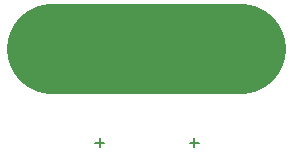
<source format=gto>
%TF.GenerationSoftware,KiCad,Pcbnew,4.0.5-e0-6337~49~ubuntu16.04.1*%
%TF.CreationDate,2017-01-18T23:33:55-08:00*%
%TF.ProjectId,2x3-Vibe-Motor-TH,3278332D566962652D4D6F746F722D54,1.0*%
%TF.FileFunction,Legend,Top*%
%FSLAX46Y46*%
G04 Gerber Fmt 4.6, Leading zero omitted, Abs format (unit mm)*
G04 Created by KiCad (PCBNEW 4.0.5-e0-6337~49~ubuntu16.04.1) date Wed Jan 18 23:33:55 2017*
%MOMM*%
%LPD*%
G01*
G04 APERTURE LIST*
%ADD10C,0.350000*%
%ADD11C,7.600000*%
%ADD12C,0.150000*%
G04 APERTURE END LIST*
D10*
D11*
X128160240Y-89972880D02*
X144160240Y-89972880D01*
D12*
X140231669Y-98353832D02*
X140231669Y-97591927D01*
X140612621Y-97972879D02*
X139850716Y-97972879D01*
X132231669Y-98353832D02*
X132231669Y-97591927D01*
X132612621Y-97972879D02*
X131850716Y-97972879D01*
M02*

</source>
